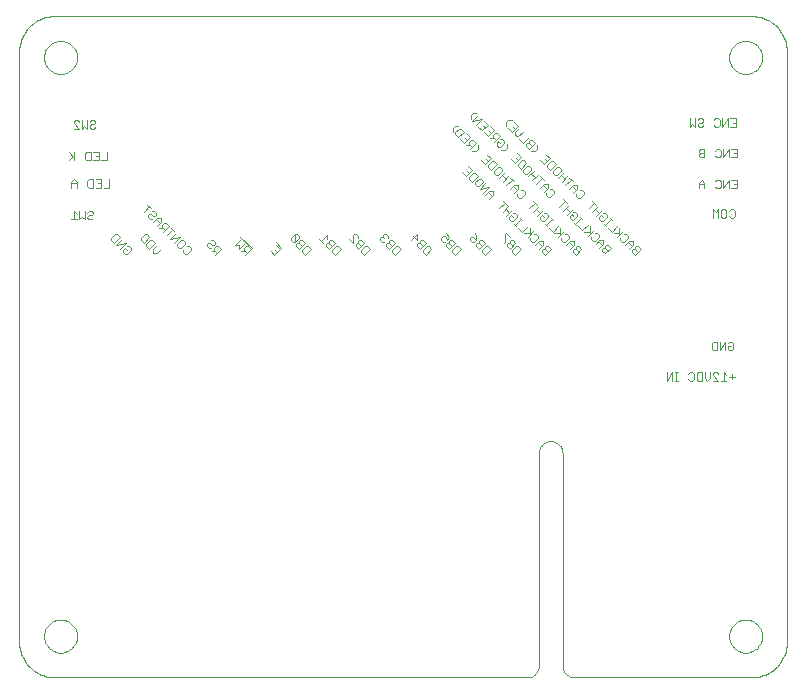
<source format=gbo>
G75*
%MOIN*%
%OFA0B0*%
%FSLAX24Y24*%
%IPPOS*%
%LPD*%
%AMOC8*
5,1,8,0,0,1.08239X$1,22.5*
%
%ADD10C,0.0000*%
%ADD11C,0.0020*%
D10*
X001331Y000150D02*
X017079Y000150D01*
X017118Y000152D01*
X017156Y000158D01*
X017193Y000167D01*
X017230Y000180D01*
X017265Y000197D01*
X017298Y000216D01*
X017329Y000239D01*
X017358Y000265D01*
X017384Y000294D01*
X017407Y000325D01*
X017426Y000358D01*
X017443Y000393D01*
X017456Y000430D01*
X017465Y000467D01*
X017471Y000505D01*
X017473Y000544D01*
X017473Y007630D01*
X017475Y007669D01*
X017481Y007707D01*
X017490Y007744D01*
X017503Y007781D01*
X017520Y007816D01*
X017539Y007849D01*
X017562Y007880D01*
X017588Y007909D01*
X017617Y007935D01*
X017648Y007958D01*
X017681Y007977D01*
X017716Y007994D01*
X017753Y008007D01*
X017790Y008016D01*
X017828Y008022D01*
X017867Y008024D01*
X017906Y008022D01*
X017944Y008016D01*
X017981Y008007D01*
X018018Y007994D01*
X018053Y007977D01*
X018086Y007958D01*
X018117Y007935D01*
X018146Y007909D01*
X018172Y007880D01*
X018195Y007849D01*
X018214Y007816D01*
X018231Y007781D01*
X018244Y007744D01*
X018253Y007707D01*
X018259Y007669D01*
X018261Y007630D01*
X018260Y007630D02*
X018260Y000544D01*
X018262Y000505D01*
X018268Y000467D01*
X018277Y000430D01*
X018290Y000393D01*
X018307Y000358D01*
X018326Y000325D01*
X018349Y000294D01*
X018375Y000265D01*
X018404Y000239D01*
X018435Y000216D01*
X018468Y000197D01*
X018503Y000180D01*
X018540Y000167D01*
X018577Y000158D01*
X018615Y000152D01*
X018654Y000150D01*
X024559Y000150D01*
X024625Y000152D01*
X024691Y000157D01*
X024757Y000167D01*
X024822Y000180D01*
X024886Y000196D01*
X024949Y000216D01*
X025011Y000240D01*
X025071Y000267D01*
X025130Y000297D01*
X025187Y000331D01*
X025242Y000368D01*
X025295Y000408D01*
X025346Y000450D01*
X025394Y000496D01*
X025440Y000544D01*
X025482Y000595D01*
X025522Y000648D01*
X025559Y000703D01*
X025593Y000760D01*
X025623Y000819D01*
X025650Y000879D01*
X025674Y000941D01*
X025694Y001004D01*
X025710Y001068D01*
X025723Y001133D01*
X025733Y001199D01*
X025738Y001265D01*
X025740Y001331D01*
X025741Y001331D02*
X025741Y021016D01*
X025740Y021016D02*
X025738Y021082D01*
X025733Y021148D01*
X025723Y021214D01*
X025710Y021279D01*
X025694Y021343D01*
X025674Y021406D01*
X025650Y021468D01*
X025623Y021528D01*
X025593Y021587D01*
X025559Y021644D01*
X025522Y021699D01*
X025482Y021752D01*
X025440Y021803D01*
X025394Y021851D01*
X025346Y021897D01*
X025295Y021939D01*
X025242Y021979D01*
X025187Y022016D01*
X025130Y022050D01*
X025071Y022080D01*
X025011Y022107D01*
X024949Y022131D01*
X024886Y022151D01*
X024822Y022167D01*
X024757Y022180D01*
X024691Y022190D01*
X024625Y022195D01*
X024559Y022197D01*
X001331Y022197D01*
X001265Y022195D01*
X001199Y022190D01*
X001133Y022180D01*
X001068Y022167D01*
X001004Y022151D01*
X000941Y022131D01*
X000879Y022107D01*
X000819Y022080D01*
X000760Y022050D01*
X000703Y022016D01*
X000648Y021979D01*
X000595Y021939D01*
X000544Y021897D01*
X000496Y021851D01*
X000450Y021803D01*
X000408Y021752D01*
X000368Y021699D01*
X000331Y021644D01*
X000297Y021587D01*
X000267Y021528D01*
X000240Y021468D01*
X000216Y021406D01*
X000196Y021343D01*
X000180Y021279D01*
X000167Y021214D01*
X000157Y021148D01*
X000152Y021082D01*
X000150Y021016D01*
X000150Y001331D01*
X000152Y001265D01*
X000157Y001199D01*
X000167Y001133D01*
X000180Y001068D01*
X000196Y001004D01*
X000216Y000941D01*
X000240Y000879D01*
X000267Y000819D01*
X000297Y000760D01*
X000331Y000703D01*
X000368Y000648D01*
X000408Y000595D01*
X000450Y000544D01*
X000496Y000496D01*
X000544Y000450D01*
X000595Y000408D01*
X000648Y000368D01*
X000703Y000331D01*
X000760Y000297D01*
X000819Y000267D01*
X000879Y000240D01*
X000941Y000216D01*
X001004Y000196D01*
X001068Y000180D01*
X001133Y000167D01*
X001199Y000157D01*
X001265Y000152D01*
X001331Y000150D01*
X000977Y001528D02*
X000979Y001575D01*
X000985Y001621D01*
X000995Y001667D01*
X001008Y001712D01*
X001026Y001755D01*
X001047Y001797D01*
X001071Y001837D01*
X001099Y001874D01*
X001130Y001909D01*
X001164Y001942D01*
X001200Y001971D01*
X001239Y001997D01*
X001280Y002020D01*
X001323Y002039D01*
X001367Y002055D01*
X001412Y002067D01*
X001458Y002075D01*
X001505Y002079D01*
X001551Y002079D01*
X001598Y002075D01*
X001644Y002067D01*
X001689Y002055D01*
X001733Y002039D01*
X001776Y002020D01*
X001817Y001997D01*
X001856Y001971D01*
X001892Y001942D01*
X001926Y001909D01*
X001957Y001874D01*
X001985Y001837D01*
X002009Y001797D01*
X002030Y001755D01*
X002048Y001712D01*
X002061Y001667D01*
X002071Y001621D01*
X002077Y001575D01*
X002079Y001528D01*
X002077Y001481D01*
X002071Y001435D01*
X002061Y001389D01*
X002048Y001344D01*
X002030Y001301D01*
X002009Y001259D01*
X001985Y001219D01*
X001957Y001182D01*
X001926Y001147D01*
X001892Y001114D01*
X001856Y001085D01*
X001817Y001059D01*
X001776Y001036D01*
X001733Y001017D01*
X001689Y001001D01*
X001644Y000989D01*
X001598Y000981D01*
X001551Y000977D01*
X001505Y000977D01*
X001458Y000981D01*
X001412Y000989D01*
X001367Y001001D01*
X001323Y001017D01*
X001280Y001036D01*
X001239Y001059D01*
X001200Y001085D01*
X001164Y001114D01*
X001130Y001147D01*
X001099Y001182D01*
X001071Y001219D01*
X001047Y001259D01*
X001026Y001301D01*
X001008Y001344D01*
X000995Y001389D01*
X000985Y001435D01*
X000979Y001481D01*
X000977Y001528D01*
X023812Y001528D02*
X023814Y001575D01*
X023820Y001621D01*
X023830Y001667D01*
X023843Y001712D01*
X023861Y001755D01*
X023882Y001797D01*
X023906Y001837D01*
X023934Y001874D01*
X023965Y001909D01*
X023999Y001942D01*
X024035Y001971D01*
X024074Y001997D01*
X024115Y002020D01*
X024158Y002039D01*
X024202Y002055D01*
X024247Y002067D01*
X024293Y002075D01*
X024340Y002079D01*
X024386Y002079D01*
X024433Y002075D01*
X024479Y002067D01*
X024524Y002055D01*
X024568Y002039D01*
X024611Y002020D01*
X024652Y001997D01*
X024691Y001971D01*
X024727Y001942D01*
X024761Y001909D01*
X024792Y001874D01*
X024820Y001837D01*
X024844Y001797D01*
X024865Y001755D01*
X024883Y001712D01*
X024896Y001667D01*
X024906Y001621D01*
X024912Y001575D01*
X024914Y001528D01*
X024912Y001481D01*
X024906Y001435D01*
X024896Y001389D01*
X024883Y001344D01*
X024865Y001301D01*
X024844Y001259D01*
X024820Y001219D01*
X024792Y001182D01*
X024761Y001147D01*
X024727Y001114D01*
X024691Y001085D01*
X024652Y001059D01*
X024611Y001036D01*
X024568Y001017D01*
X024524Y001001D01*
X024479Y000989D01*
X024433Y000981D01*
X024386Y000977D01*
X024340Y000977D01*
X024293Y000981D01*
X024247Y000989D01*
X024202Y001001D01*
X024158Y001017D01*
X024115Y001036D01*
X024074Y001059D01*
X024035Y001085D01*
X023999Y001114D01*
X023965Y001147D01*
X023934Y001182D01*
X023906Y001219D01*
X023882Y001259D01*
X023861Y001301D01*
X023843Y001344D01*
X023830Y001389D01*
X023820Y001435D01*
X023814Y001481D01*
X023812Y001528D01*
X023812Y020819D02*
X023814Y020866D01*
X023820Y020912D01*
X023830Y020958D01*
X023843Y021003D01*
X023861Y021046D01*
X023882Y021088D01*
X023906Y021128D01*
X023934Y021165D01*
X023965Y021200D01*
X023999Y021233D01*
X024035Y021262D01*
X024074Y021288D01*
X024115Y021311D01*
X024158Y021330D01*
X024202Y021346D01*
X024247Y021358D01*
X024293Y021366D01*
X024340Y021370D01*
X024386Y021370D01*
X024433Y021366D01*
X024479Y021358D01*
X024524Y021346D01*
X024568Y021330D01*
X024611Y021311D01*
X024652Y021288D01*
X024691Y021262D01*
X024727Y021233D01*
X024761Y021200D01*
X024792Y021165D01*
X024820Y021128D01*
X024844Y021088D01*
X024865Y021046D01*
X024883Y021003D01*
X024896Y020958D01*
X024906Y020912D01*
X024912Y020866D01*
X024914Y020819D01*
X024912Y020772D01*
X024906Y020726D01*
X024896Y020680D01*
X024883Y020635D01*
X024865Y020592D01*
X024844Y020550D01*
X024820Y020510D01*
X024792Y020473D01*
X024761Y020438D01*
X024727Y020405D01*
X024691Y020376D01*
X024652Y020350D01*
X024611Y020327D01*
X024568Y020308D01*
X024524Y020292D01*
X024479Y020280D01*
X024433Y020272D01*
X024386Y020268D01*
X024340Y020268D01*
X024293Y020272D01*
X024247Y020280D01*
X024202Y020292D01*
X024158Y020308D01*
X024115Y020327D01*
X024074Y020350D01*
X024035Y020376D01*
X023999Y020405D01*
X023965Y020438D01*
X023934Y020473D01*
X023906Y020510D01*
X023882Y020550D01*
X023861Y020592D01*
X023843Y020635D01*
X023830Y020680D01*
X023820Y020726D01*
X023814Y020772D01*
X023812Y020819D01*
X000977Y020819D02*
X000979Y020866D01*
X000985Y020912D01*
X000995Y020958D01*
X001008Y021003D01*
X001026Y021046D01*
X001047Y021088D01*
X001071Y021128D01*
X001099Y021165D01*
X001130Y021200D01*
X001164Y021233D01*
X001200Y021262D01*
X001239Y021288D01*
X001280Y021311D01*
X001323Y021330D01*
X001367Y021346D01*
X001412Y021358D01*
X001458Y021366D01*
X001505Y021370D01*
X001551Y021370D01*
X001598Y021366D01*
X001644Y021358D01*
X001689Y021346D01*
X001733Y021330D01*
X001776Y021311D01*
X001817Y021288D01*
X001856Y021262D01*
X001892Y021233D01*
X001926Y021200D01*
X001957Y021165D01*
X001985Y021128D01*
X002009Y021088D01*
X002030Y021046D01*
X002048Y021003D01*
X002061Y020958D01*
X002071Y020912D01*
X002077Y020866D01*
X002079Y020819D01*
X002077Y020772D01*
X002071Y020726D01*
X002061Y020680D01*
X002048Y020635D01*
X002030Y020592D01*
X002009Y020550D01*
X001985Y020510D01*
X001957Y020473D01*
X001926Y020438D01*
X001892Y020405D01*
X001856Y020376D01*
X001817Y020350D01*
X001776Y020327D01*
X001733Y020308D01*
X001689Y020292D01*
X001644Y020280D01*
X001598Y020272D01*
X001551Y020268D01*
X001505Y020268D01*
X001458Y020272D01*
X001412Y020280D01*
X001367Y020292D01*
X001323Y020308D01*
X001280Y020327D01*
X001239Y020350D01*
X001200Y020376D01*
X001164Y020405D01*
X001130Y020438D01*
X001099Y020473D01*
X001071Y020510D01*
X001047Y020550D01*
X001026Y020592D01*
X001008Y020635D01*
X000995Y020680D01*
X000985Y020726D01*
X000979Y020772D01*
X000977Y020819D01*
D11*
X002006Y018723D02*
X002098Y018723D01*
X002144Y018677D01*
X002232Y018723D02*
X002232Y018447D01*
X002324Y018539D01*
X002416Y018447D01*
X002416Y018723D01*
X002504Y018677D02*
X002550Y018723D01*
X002642Y018723D01*
X002688Y018677D01*
X002688Y018631D01*
X002642Y018585D01*
X002550Y018585D01*
X002504Y018539D01*
X002504Y018493D01*
X002550Y018447D01*
X002642Y018447D01*
X002688Y018493D01*
X002144Y018447D02*
X001960Y018631D01*
X001960Y018677D01*
X002006Y018723D01*
X001960Y018447D02*
X002144Y018447D01*
X001987Y017660D02*
X001987Y017384D01*
X001987Y017476D02*
X001803Y017660D01*
X001941Y017522D02*
X001803Y017384D01*
X002347Y017430D02*
X002347Y017614D01*
X002393Y017660D01*
X002530Y017660D01*
X002530Y017384D01*
X002393Y017384D01*
X002347Y017430D01*
X002619Y017384D02*
X002802Y017384D01*
X002802Y017660D01*
X002619Y017660D01*
X002711Y017522D02*
X002802Y017522D01*
X002891Y017384D02*
X003074Y017384D01*
X003074Y017660D01*
X003153Y016754D02*
X003153Y016479D01*
X002969Y016479D01*
X002881Y016479D02*
X002881Y016754D01*
X002697Y016754D01*
X002609Y016754D02*
X002471Y016754D01*
X002426Y016708D01*
X002426Y016525D01*
X002471Y016479D01*
X002609Y016479D01*
X002609Y016754D01*
X002789Y016617D02*
X002881Y016617D01*
X002881Y016479D02*
X002697Y016479D01*
X002065Y016479D02*
X002065Y016663D01*
X001974Y016754D01*
X001882Y016663D01*
X001882Y016479D01*
X001882Y016617D02*
X002065Y016617D01*
X002154Y015691D02*
X002154Y015416D01*
X002245Y015508D01*
X002337Y015416D01*
X002337Y015691D01*
X002426Y015645D02*
X002471Y015691D01*
X002563Y015691D01*
X002609Y015645D01*
X002609Y015600D01*
X002563Y015554D01*
X002471Y015554D01*
X002426Y015508D01*
X002426Y015462D01*
X002471Y015416D01*
X002563Y015416D01*
X002609Y015462D01*
X002065Y015416D02*
X001882Y015416D01*
X001974Y015416D02*
X001974Y015691D01*
X002065Y015600D01*
X003216Y014791D02*
X003346Y014921D01*
X003411Y014921D01*
X003508Y014824D01*
X003314Y014629D01*
X003216Y014726D01*
X003216Y014791D01*
X003376Y014566D02*
X003571Y014761D01*
X003701Y014631D02*
X003376Y014566D01*
X003506Y014437D02*
X003701Y014631D01*
X003731Y014537D02*
X003795Y014537D01*
X003860Y014472D01*
X003860Y014407D01*
X003731Y014277D01*
X003666Y014277D01*
X003601Y014342D01*
X003601Y014407D01*
X003666Y014472D01*
X003731Y014407D01*
X004200Y014726D02*
X004200Y014791D01*
X004330Y014921D01*
X004395Y014921D01*
X004493Y014824D01*
X004298Y014629D01*
X004200Y014726D01*
X004393Y014599D02*
X004523Y014729D01*
X004587Y014729D01*
X004685Y014631D01*
X004490Y014437D01*
X004393Y014534D01*
X004393Y014599D01*
X004617Y014439D02*
X004747Y014569D01*
X004617Y014439D02*
X004617Y014309D01*
X004747Y014309D01*
X004877Y014439D01*
X005321Y014629D02*
X005516Y014824D01*
X005192Y014759D01*
X005386Y014953D01*
X005324Y015016D02*
X005194Y015146D01*
X005132Y015208D02*
X005034Y015306D01*
X004969Y015306D01*
X004904Y015241D01*
X004904Y015176D01*
X005002Y015078D01*
X004937Y015013D02*
X005132Y015208D01*
X005259Y015081D02*
X005064Y014886D01*
X004937Y015143D02*
X004807Y015143D01*
X004745Y015206D02*
X004875Y015335D01*
X004875Y015465D01*
X004745Y015465D01*
X004615Y015335D01*
X004585Y015430D02*
X004520Y015430D01*
X004455Y015495D01*
X004455Y015560D01*
X004488Y015593D01*
X004552Y015593D01*
X004617Y015528D01*
X004682Y015528D01*
X004715Y015560D01*
X004715Y015625D01*
X004650Y015690D01*
X004585Y015690D01*
X004555Y015785D02*
X004425Y015915D01*
X004490Y015850D02*
X004295Y015655D01*
X004712Y015433D02*
X004842Y015303D01*
X005416Y014599D02*
X005546Y014729D01*
X005611Y014729D01*
X005676Y014664D01*
X005676Y014599D01*
X005546Y014469D01*
X005481Y014469D01*
X005416Y014534D01*
X005416Y014599D01*
X005609Y014407D02*
X005609Y014342D01*
X005673Y014277D01*
X005738Y014277D01*
X005868Y014407D01*
X005868Y014472D01*
X005803Y014537D01*
X005738Y014537D01*
X006401Y014534D02*
X006465Y014469D01*
X006530Y014469D01*
X006560Y014374D02*
X006690Y014374D01*
X006658Y014407D02*
X006755Y014309D01*
X006690Y014244D02*
X006885Y014439D01*
X006788Y014537D01*
X006723Y014537D01*
X006658Y014472D01*
X006658Y014407D01*
X006628Y014566D02*
X006563Y014566D01*
X006498Y014631D01*
X006433Y014631D01*
X006401Y014599D01*
X006401Y014534D01*
X006628Y014566D02*
X006660Y014599D01*
X006660Y014664D01*
X006595Y014729D01*
X006530Y014729D01*
X007352Y014566D02*
X007547Y014761D01*
X007520Y014845D02*
X007904Y014460D01*
X007869Y014439D02*
X007772Y014537D01*
X007707Y014537D01*
X007642Y014472D01*
X007642Y014407D01*
X007739Y014309D01*
X007674Y014244D02*
X007869Y014439D01*
X007674Y014374D02*
X007545Y014374D01*
X007482Y014437D02*
X007482Y014566D01*
X007352Y014566D01*
X007482Y014437D02*
X007677Y014631D01*
X008529Y014374D02*
X008659Y014244D01*
X008854Y014439D01*
X008724Y014569D01*
X008696Y014652D02*
X008889Y014460D01*
X008756Y014342D02*
X008691Y014407D01*
X009200Y014726D02*
X009265Y014661D01*
X009330Y014661D01*
X009330Y014921D01*
X009200Y014791D01*
X009200Y014726D01*
X009330Y014661D02*
X009460Y014791D01*
X009460Y014856D01*
X009395Y014921D01*
X009330Y014921D01*
X009523Y014729D02*
X009490Y014696D01*
X009490Y014631D01*
X009587Y014534D01*
X009585Y014407D02*
X009715Y014537D01*
X009780Y014537D01*
X009877Y014439D01*
X009682Y014244D01*
X009585Y014342D01*
X009585Y014407D01*
X009490Y014437D02*
X009393Y014534D01*
X009393Y014599D01*
X009425Y014631D01*
X009490Y014631D01*
X009523Y014729D02*
X009587Y014729D01*
X009685Y014631D01*
X009490Y014437D01*
X010152Y014759D02*
X010282Y014629D01*
X010217Y014694D02*
X010412Y014889D01*
X010412Y014759D01*
X010474Y014696D02*
X010474Y014631D01*
X010572Y014534D01*
X010569Y014407D02*
X010699Y014537D01*
X010764Y014537D01*
X010861Y014439D01*
X010667Y014244D01*
X010569Y014342D01*
X010569Y014407D01*
X010474Y014437D02*
X010377Y014534D01*
X010377Y014599D01*
X010409Y014631D01*
X010474Y014631D01*
X010474Y014696D02*
X010507Y014729D01*
X010572Y014729D01*
X010669Y014631D01*
X010474Y014437D01*
X011136Y014759D02*
X011266Y014629D01*
X011266Y014889D01*
X011299Y014921D01*
X011364Y014921D01*
X011429Y014856D01*
X011429Y014791D01*
X011491Y014729D02*
X011459Y014696D01*
X011459Y014631D01*
X011556Y014534D01*
X011553Y014407D02*
X011683Y014537D01*
X011748Y014537D01*
X011846Y014439D01*
X011651Y014244D01*
X011553Y014342D01*
X011553Y014407D01*
X011459Y014437D02*
X011361Y014534D01*
X011361Y014599D01*
X011394Y014631D01*
X011459Y014631D01*
X011491Y014729D02*
X011556Y014729D01*
X011653Y014631D01*
X011459Y014437D01*
X012193Y014726D02*
X012193Y014791D01*
X012225Y014824D01*
X012290Y014824D01*
X012322Y014791D01*
X012290Y014824D02*
X012290Y014889D01*
X012322Y014921D01*
X012387Y014921D01*
X012452Y014856D01*
X012452Y014791D01*
X012515Y014729D02*
X012482Y014696D01*
X012482Y014631D01*
X012580Y014534D01*
X012707Y014537D02*
X012772Y014537D01*
X012869Y014439D01*
X012674Y014244D01*
X012577Y014342D01*
X012577Y014407D01*
X012707Y014537D01*
X012677Y014631D02*
X012580Y014729D01*
X012515Y014729D01*
X012482Y014631D02*
X012417Y014631D01*
X012385Y014599D01*
X012385Y014534D01*
X012482Y014437D01*
X012677Y014631D01*
X012322Y014661D02*
X012257Y014661D01*
X012193Y014726D01*
X013216Y014726D02*
X013411Y014921D01*
X013411Y014726D01*
X013281Y014856D01*
X013441Y014631D02*
X013408Y014599D01*
X013408Y014534D01*
X013506Y014437D01*
X013701Y014631D01*
X013603Y014729D01*
X013538Y014729D01*
X013506Y014696D01*
X013506Y014631D01*
X013603Y014534D01*
X013601Y014407D02*
X013731Y014537D01*
X013795Y014537D01*
X013893Y014439D01*
X013698Y014244D01*
X013601Y014342D01*
X013601Y014407D01*
X013506Y014631D02*
X013441Y014631D01*
X014200Y014726D02*
X014265Y014661D01*
X014330Y014661D01*
X014393Y014599D02*
X014393Y014534D01*
X014490Y014437D01*
X014685Y014631D01*
X014587Y014729D01*
X014523Y014729D01*
X014490Y014696D01*
X014490Y014631D01*
X014587Y014534D01*
X014585Y014407D02*
X014715Y014537D01*
X014780Y014537D01*
X014877Y014439D01*
X014682Y014244D01*
X014585Y014342D01*
X014585Y014407D01*
X014490Y014631D02*
X014425Y014631D01*
X014393Y014599D01*
X014395Y014726D02*
X014363Y014824D01*
X014330Y014856D01*
X014265Y014856D01*
X014200Y014791D01*
X014200Y014726D01*
X014395Y014726D02*
X014493Y014824D01*
X014363Y014953D01*
X015185Y014791D02*
X015185Y014726D01*
X015250Y014661D01*
X015315Y014661D01*
X015379Y014726D01*
X015282Y014824D01*
X015217Y014824D01*
X015185Y014791D01*
X015379Y014856D02*
X015379Y014726D01*
X015409Y014631D02*
X015377Y014599D01*
X015377Y014534D01*
X015474Y014437D01*
X015669Y014631D01*
X015572Y014729D01*
X015507Y014729D01*
X015474Y014696D01*
X015474Y014631D01*
X015572Y014534D01*
X015699Y014537D02*
X015764Y014537D01*
X015861Y014439D01*
X015667Y014244D01*
X015569Y014342D01*
X015569Y014407D01*
X015699Y014537D01*
X015474Y014631D02*
X015409Y014631D01*
X015379Y014856D02*
X015347Y014953D01*
X016338Y014921D02*
X016338Y014661D01*
X016306Y014629D01*
X016401Y014599D02*
X016401Y014534D01*
X016498Y014437D01*
X016693Y014631D01*
X016595Y014729D01*
X016530Y014729D01*
X016498Y014696D01*
X016498Y014631D01*
X016595Y014534D01*
X016593Y014407D02*
X016723Y014537D01*
X016788Y014537D01*
X016885Y014439D01*
X016690Y014244D01*
X016593Y014342D01*
X016593Y014407D01*
X016498Y014631D02*
X016433Y014631D01*
X016401Y014599D01*
X016501Y014824D02*
X016371Y014953D01*
X016338Y014921D01*
X016681Y015238D02*
X016876Y015433D01*
X016908Y015400D02*
X016843Y015465D01*
X016747Y015496D02*
X016618Y015366D01*
X016553Y015366D01*
X016488Y015431D01*
X016488Y015496D01*
X016553Y015561D01*
X016618Y015496D01*
X016747Y015496D02*
X016747Y015561D01*
X016682Y015626D01*
X016618Y015626D01*
X016588Y015721D02*
X016393Y015526D01*
X016490Y015623D02*
X016360Y015753D01*
X016263Y015656D02*
X016458Y015851D01*
X016395Y015913D02*
X016265Y016043D01*
X016330Y015978D02*
X016136Y015783D01*
X015816Y016103D02*
X015946Y016233D01*
X015946Y016362D01*
X015816Y016362D01*
X015686Y016233D01*
X015624Y016295D02*
X015819Y016490D01*
X015494Y016425D01*
X015689Y016620D01*
X015594Y016650D02*
X015464Y016520D01*
X015399Y016520D01*
X015334Y016585D01*
X015334Y016650D01*
X015464Y016779D01*
X015529Y016779D01*
X015594Y016715D01*
X015594Y016650D01*
X015434Y016874D02*
X015337Y016972D01*
X015272Y016972D01*
X015142Y016842D01*
X015142Y016777D01*
X015239Y016679D01*
X015434Y016874D01*
X015242Y017067D02*
X015112Y017196D01*
X015079Y017034D02*
X015144Y016969D01*
X015047Y016872D02*
X014917Y017002D01*
X015047Y016872D02*
X015242Y017067D01*
X015556Y017386D02*
X015686Y017256D01*
X015881Y017451D01*
X015751Y017581D01*
X015719Y017419D02*
X015784Y017354D01*
X015911Y017356D02*
X015976Y017356D01*
X016073Y017259D01*
X015878Y017064D01*
X015781Y017161D01*
X015781Y017226D01*
X015911Y017356D01*
X016103Y017164D02*
X015973Y017034D01*
X015973Y016969D01*
X016038Y016904D01*
X016103Y016904D01*
X016233Y017034D01*
X016233Y017099D01*
X016168Y017164D01*
X016103Y017164D01*
X016328Y017004D02*
X016133Y016809D01*
X016230Y016907D02*
X016360Y016777D01*
X016263Y016679D02*
X016458Y016874D01*
X016520Y016812D02*
X016650Y016682D01*
X016585Y016747D02*
X016390Y016552D01*
X016518Y016425D02*
X016647Y016555D01*
X016777Y016555D01*
X016777Y016425D01*
X016647Y016295D01*
X016742Y016265D02*
X016742Y016200D01*
X016807Y016135D01*
X016872Y016135D01*
X017002Y016265D01*
X017002Y016330D01*
X016937Y016395D01*
X016872Y016395D01*
X016745Y016392D02*
X016615Y016522D01*
X017022Y016944D02*
X016957Y017009D01*
X016957Y017073D01*
X017087Y017203D01*
X017152Y017203D01*
X017217Y017138D01*
X017217Y017073D01*
X017087Y016944D01*
X017022Y016944D01*
X017117Y016849D02*
X017312Y017044D01*
X017215Y016946D02*
X017345Y016816D01*
X017247Y016719D02*
X017442Y016914D01*
X017504Y016851D02*
X017634Y016721D01*
X017569Y016786D02*
X017374Y016592D01*
X017502Y016464D02*
X017632Y016594D01*
X017762Y016594D01*
X017762Y016464D01*
X017632Y016334D01*
X017726Y016304D02*
X017726Y016240D01*
X017791Y016175D01*
X017856Y016175D01*
X017986Y016304D01*
X017986Y016369D01*
X017921Y016434D01*
X017856Y016434D01*
X017729Y016432D02*
X017599Y016562D01*
X017942Y016969D02*
X017942Y017034D01*
X018072Y017164D01*
X018137Y017164D01*
X018201Y017099D01*
X018201Y017034D01*
X018072Y016904D01*
X018007Y016904D01*
X017942Y016969D01*
X017847Y017064D02*
X017749Y017161D01*
X017749Y017226D01*
X017879Y017356D01*
X017944Y017356D01*
X018042Y017259D01*
X017847Y017064D01*
X017655Y017256D02*
X017525Y017386D01*
X017687Y017419D02*
X017752Y017354D01*
X017849Y017451D02*
X017655Y017256D01*
X017849Y017451D02*
X017720Y017581D01*
X017400Y017771D02*
X017400Y017900D01*
X017337Y017964D02*
X017142Y017769D01*
X017045Y017866D01*
X017045Y017931D01*
X017077Y017964D01*
X017142Y017964D01*
X017239Y017866D01*
X017142Y017964D02*
X017142Y018029D01*
X017174Y018061D01*
X017239Y018061D01*
X017337Y017964D01*
X017400Y017771D02*
X017335Y017706D01*
X017205Y017706D01*
X016950Y017961D02*
X016820Y018091D01*
X016790Y018186D02*
X016725Y018186D01*
X016660Y018251D01*
X016660Y018316D01*
X016822Y018478D01*
X016760Y018540D02*
X016565Y018346D01*
X016435Y018476D01*
X016373Y018538D02*
X016373Y018668D01*
X016438Y018733D01*
X016568Y018733D01*
X016630Y018670D02*
X016760Y018540D01*
X016663Y018443D02*
X016598Y018508D01*
X016790Y018186D02*
X016952Y018348D01*
X017145Y018156D02*
X016950Y017961D01*
X016416Y017940D02*
X016416Y017810D01*
X016351Y017745D01*
X016221Y017745D01*
X016190Y017841D02*
X016125Y017841D01*
X016060Y017906D01*
X016060Y017971D01*
X016125Y018036D01*
X016190Y017971D01*
X016190Y018101D02*
X016255Y018101D01*
X016320Y018036D01*
X016320Y017971D01*
X016190Y017841D01*
X016030Y018065D02*
X015933Y018163D01*
X015933Y018228D01*
X015998Y018293D01*
X016063Y018293D01*
X016160Y018195D01*
X015965Y018001D01*
X015965Y018130D02*
X015836Y018130D01*
X015773Y018193D02*
X015643Y018323D01*
X015581Y018385D02*
X015451Y018515D01*
X015389Y018577D02*
X015584Y018772D01*
X015259Y018707D01*
X015454Y018902D01*
X015391Y018964D02*
X015261Y018964D01*
X015196Y018899D01*
X015196Y018770D01*
X014886Y018446D02*
X014984Y018348D01*
X014789Y018153D01*
X014692Y018251D01*
X014692Y018316D01*
X014821Y018446D01*
X014886Y018446D01*
X014792Y018540D02*
X014662Y018540D01*
X014597Y018476D01*
X014597Y018346D01*
X015046Y018286D02*
X015176Y018156D01*
X014981Y017961D01*
X014851Y018091D01*
X015014Y018124D02*
X015079Y018059D01*
X015141Y017996D02*
X015141Y017931D01*
X015238Y017834D01*
X015173Y017899D02*
X015044Y017899D01*
X015141Y017996D02*
X015206Y018061D01*
X015271Y018061D01*
X015368Y017964D01*
X015173Y017769D01*
X015237Y017706D02*
X015367Y017706D01*
X015432Y017771D01*
X015432Y017900D01*
X015773Y018193D02*
X015968Y018388D01*
X015838Y018517D01*
X015776Y018580D02*
X015646Y018710D01*
X015613Y018547D02*
X015678Y018482D01*
X015581Y018385D02*
X015776Y018580D01*
X015806Y018355D02*
X015871Y018290D01*
X016735Y017620D02*
X016865Y017490D01*
X016670Y017296D01*
X016541Y017425D01*
X016703Y017458D02*
X016768Y017393D01*
X016895Y017396D02*
X016960Y017396D01*
X017057Y017298D01*
X016863Y017103D01*
X016765Y017201D01*
X016765Y017266D01*
X016895Y017396D01*
X018102Y016809D02*
X018296Y017004D01*
X018199Y016907D02*
X018329Y016777D01*
X018426Y016874D02*
X018231Y016679D01*
X018359Y016552D02*
X018554Y016747D01*
X018618Y016682D02*
X018489Y016812D01*
X018616Y016555D02*
X018486Y016425D01*
X018583Y016522D02*
X018713Y016392D01*
X018746Y016425D02*
X018746Y016555D01*
X018616Y016555D01*
X018746Y016425D02*
X018616Y016295D01*
X018711Y016265D02*
X018711Y016200D01*
X018776Y016135D01*
X018841Y016135D01*
X018971Y016265D01*
X018971Y016330D01*
X018906Y016395D01*
X018841Y016395D01*
X019258Y016043D02*
X019387Y015913D01*
X019450Y015851D02*
X019255Y015656D01*
X019352Y015753D02*
X019482Y015623D01*
X019545Y015561D02*
X019610Y015496D01*
X019545Y015561D02*
X019480Y015496D01*
X019480Y015431D01*
X019545Y015366D01*
X019610Y015366D01*
X019740Y015496D01*
X019740Y015561D01*
X019675Y015626D01*
X019610Y015626D01*
X019580Y015721D02*
X019385Y015526D01*
X019640Y015270D02*
X019705Y015206D01*
X019673Y015238D02*
X019868Y015433D01*
X019900Y015400D02*
X019835Y015465D01*
X020092Y015208D02*
X019898Y015013D01*
X019768Y015143D01*
X019960Y014951D02*
X020155Y014951D01*
X020155Y014886D02*
X020155Y015146D01*
X020285Y015016D02*
X020090Y014821D01*
X020185Y014791D02*
X020185Y014726D01*
X020250Y014661D01*
X020315Y014661D01*
X020444Y014791D01*
X020444Y014856D01*
X020379Y014921D01*
X020315Y014921D01*
X020474Y014696D02*
X020344Y014566D01*
X020442Y014664D02*
X020572Y014534D01*
X020604Y014566D02*
X020474Y014437D01*
X020569Y014407D02*
X020569Y014342D01*
X020667Y014244D01*
X020861Y014439D01*
X020764Y014537D01*
X020699Y014537D01*
X020667Y014504D01*
X020667Y014439D01*
X020764Y014342D01*
X020667Y014439D02*
X020602Y014439D01*
X020569Y014407D01*
X020604Y014566D02*
X020604Y014696D01*
X020474Y014696D01*
X019877Y014478D02*
X019682Y014284D01*
X019585Y014381D01*
X019585Y014446D01*
X019617Y014478D01*
X019682Y014478D01*
X019780Y014381D01*
X019877Y014478D02*
X019780Y014576D01*
X019715Y014576D01*
X019682Y014543D01*
X019682Y014478D01*
X019587Y014573D02*
X019458Y014703D01*
X019490Y014736D02*
X019360Y014606D01*
X019330Y014701D02*
X019265Y014701D01*
X019200Y014766D01*
X019200Y014831D01*
X019171Y014925D02*
X019171Y015185D01*
X019108Y015247D02*
X018913Y015053D01*
X018783Y015183D01*
X018721Y015245D02*
X018656Y015310D01*
X018689Y015277D02*
X018883Y015472D01*
X018916Y015440D02*
X018851Y015505D01*
X018755Y015535D02*
X018625Y015406D01*
X018560Y015406D01*
X018496Y015471D01*
X018496Y015535D01*
X018560Y015600D01*
X018625Y015535D01*
X018755Y015535D02*
X018755Y015600D01*
X018690Y015665D01*
X018625Y015665D01*
X018595Y015760D02*
X018401Y015565D01*
X018498Y015663D02*
X018368Y015793D01*
X018466Y015890D02*
X018271Y015695D01*
X018143Y015823D02*
X018338Y016017D01*
X018403Y015952D02*
X018273Y016082D01*
X017771Y015561D02*
X017771Y015496D01*
X017641Y015366D01*
X017576Y015366D01*
X017511Y015431D01*
X017511Y015496D01*
X017576Y015561D01*
X017641Y015496D01*
X017641Y015626D02*
X017706Y015626D01*
X017771Y015561D01*
X017867Y015465D02*
X017932Y015400D01*
X017899Y015433D02*
X017704Y015238D01*
X017737Y015206D02*
X017672Y015270D01*
X017799Y015143D02*
X017929Y015013D01*
X018124Y015208D01*
X018186Y015146D02*
X018186Y014886D01*
X018186Y014951D02*
X017991Y014951D01*
X018121Y014821D02*
X018316Y015016D01*
X018346Y014921D02*
X018411Y014921D01*
X018476Y014856D01*
X018476Y014791D01*
X018346Y014661D01*
X018281Y014661D01*
X018216Y014726D01*
X018216Y014791D01*
X018376Y014566D02*
X018506Y014696D01*
X018636Y014696D01*
X018636Y014566D01*
X018506Y014437D01*
X018601Y014407D02*
X018601Y014342D01*
X018698Y014244D01*
X018893Y014439D01*
X018795Y014537D01*
X018731Y014537D01*
X018698Y014504D01*
X018698Y014439D01*
X018795Y014342D01*
X018698Y014439D02*
X018633Y014439D01*
X018601Y014407D01*
X018603Y014534D02*
X018473Y014664D01*
X018976Y014990D02*
X019171Y014990D01*
X019300Y015055D02*
X019106Y014860D01*
X019330Y014960D02*
X019395Y014960D01*
X019460Y014895D01*
X019460Y014831D01*
X019330Y014701D01*
X019490Y014736D02*
X019620Y014736D01*
X019620Y014606D01*
X019490Y014476D01*
X017869Y014439D02*
X017772Y014537D01*
X017707Y014537D01*
X017674Y014504D01*
X017674Y014439D01*
X017772Y014342D01*
X017869Y014439D02*
X017674Y014244D01*
X017577Y014342D01*
X017577Y014407D01*
X017610Y014439D01*
X017674Y014439D01*
X017580Y014534D02*
X017450Y014664D01*
X017482Y014696D02*
X017352Y014566D01*
X017322Y014661D02*
X017257Y014661D01*
X017193Y014726D01*
X017193Y014791D01*
X017163Y014886D02*
X017163Y015146D01*
X017100Y015208D02*
X016905Y015013D01*
X016776Y015143D01*
X016713Y015206D02*
X016648Y015270D01*
X016968Y014951D02*
X017163Y014951D01*
X017293Y015016D02*
X017098Y014821D01*
X017322Y014921D02*
X017387Y014921D01*
X017452Y014856D01*
X017452Y014791D01*
X017322Y014661D01*
X017482Y014696D02*
X017612Y014696D01*
X017612Y014566D01*
X017482Y014437D01*
X017416Y015526D02*
X017611Y015721D01*
X017514Y015623D02*
X017384Y015753D01*
X017481Y015851D02*
X017287Y015656D01*
X017159Y015783D02*
X017354Y015978D01*
X017419Y015913D02*
X017289Y016043D01*
X015913Y016200D02*
X015784Y016330D01*
X019128Y015783D02*
X019323Y015978D01*
X022806Y016459D02*
X022806Y016643D01*
X022898Y016735D01*
X022989Y016643D01*
X022989Y016459D01*
X022989Y016597D02*
X022806Y016597D01*
X023350Y016689D02*
X023395Y016735D01*
X023487Y016735D01*
X023533Y016689D01*
X023533Y016505D01*
X023487Y016459D01*
X023395Y016459D01*
X023350Y016505D01*
X023621Y016459D02*
X023621Y016735D01*
X023805Y016735D02*
X023621Y016459D01*
X023805Y016459D02*
X023805Y016735D01*
X023893Y016735D02*
X024077Y016735D01*
X024077Y016459D01*
X023893Y016459D01*
X023985Y016597D02*
X024077Y016597D01*
X023952Y015750D02*
X023998Y015705D01*
X023998Y015521D01*
X023952Y015475D01*
X023861Y015475D01*
X023815Y015521D01*
X023726Y015521D02*
X023726Y015705D01*
X023680Y015750D01*
X023589Y015750D01*
X023543Y015705D01*
X023543Y015521D01*
X023589Y015475D01*
X023680Y015475D01*
X023726Y015521D01*
X023815Y015705D02*
X023861Y015750D01*
X023952Y015750D01*
X023454Y015750D02*
X023454Y015475D01*
X023271Y015475D02*
X023271Y015750D01*
X023363Y015659D01*
X023454Y015750D01*
X023487Y017483D02*
X023395Y017483D01*
X023350Y017529D01*
X023487Y017483D02*
X023533Y017529D01*
X023533Y017712D01*
X023487Y017758D01*
X023395Y017758D01*
X023350Y017712D01*
X023621Y017758D02*
X023621Y017483D01*
X023805Y017758D01*
X023805Y017483D01*
X023893Y017483D02*
X024077Y017483D01*
X024077Y017758D01*
X023893Y017758D01*
X023985Y017621D02*
X024077Y017621D01*
X022989Y017621D02*
X022852Y017621D01*
X022806Y017575D01*
X022806Y017529D01*
X022852Y017483D01*
X022989Y017483D01*
X022989Y017758D01*
X022852Y017758D01*
X022806Y017712D01*
X022806Y017667D01*
X022852Y017621D01*
X022812Y018506D02*
X022904Y018506D01*
X022950Y018552D01*
X022904Y018644D02*
X022812Y018644D01*
X022766Y018598D01*
X022766Y018552D01*
X022812Y018506D01*
X022678Y018506D02*
X022586Y018598D01*
X022495Y018506D01*
X022495Y018782D01*
X022678Y018782D02*
X022678Y018506D01*
X022766Y018736D02*
X022812Y018782D01*
X022904Y018782D01*
X022950Y018736D01*
X022950Y018690D01*
X022904Y018644D01*
X023310Y018552D02*
X023356Y018506D01*
X023448Y018506D01*
X023494Y018552D01*
X023494Y018736D01*
X023448Y018782D01*
X023356Y018782D01*
X023310Y018736D01*
X023582Y018782D02*
X023582Y018506D01*
X023766Y018782D01*
X023766Y018506D01*
X023854Y018506D02*
X024038Y018506D01*
X024038Y018782D01*
X023854Y018782D01*
X023946Y018644D02*
X024038Y018644D01*
X023913Y011341D02*
X023959Y011295D01*
X023959Y011111D01*
X023913Y011066D01*
X023821Y011066D01*
X023775Y011111D01*
X023775Y011203D01*
X023867Y011203D01*
X023775Y011295D02*
X023821Y011341D01*
X023913Y011341D01*
X023687Y011341D02*
X023503Y011066D01*
X023503Y011341D01*
X023415Y011341D02*
X023415Y011066D01*
X023277Y011066D01*
X023231Y011111D01*
X023231Y011295D01*
X023277Y011341D01*
X023415Y011341D01*
X023687Y011341D02*
X023687Y011066D01*
X023635Y010317D02*
X023635Y010042D01*
X023726Y010042D02*
X023543Y010042D01*
X023454Y010042D02*
X023271Y010226D01*
X023271Y010271D01*
X023317Y010317D01*
X023409Y010317D01*
X023454Y010271D01*
X023635Y010317D02*
X023726Y010226D01*
X023815Y010180D02*
X023998Y010180D01*
X023906Y010271D02*
X023906Y010088D01*
X023454Y010042D02*
X023271Y010042D01*
X023183Y010134D02*
X023091Y010042D01*
X022999Y010134D01*
X022999Y010317D01*
X022911Y010317D02*
X022773Y010317D01*
X022727Y010271D01*
X022727Y010088D01*
X022773Y010042D01*
X022911Y010042D01*
X022911Y010317D01*
X023183Y010317D02*
X023183Y010134D01*
X022639Y010088D02*
X022593Y010042D01*
X022501Y010042D01*
X022455Y010088D01*
X022455Y010271D02*
X022501Y010317D01*
X022593Y010317D01*
X022639Y010271D01*
X022639Y010088D01*
X022095Y010042D02*
X022003Y010042D01*
X022049Y010042D02*
X022049Y010317D01*
X022095Y010317D02*
X022003Y010317D01*
X021914Y010317D02*
X021730Y010042D01*
X021730Y010317D01*
X021914Y010317D02*
X021914Y010042D01*
M02*

</source>
